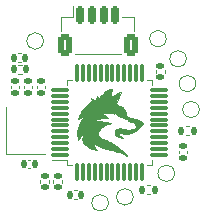
<source format=gbo>
%TF.GenerationSoftware,KiCad,Pcbnew,(6.0.7)*%
%TF.CreationDate,2022-11-15T15:07:51+01:00*%
%TF.ProjectId,tofncan,746f666e-6361-46e2-9e6b-696361645f70,rev?*%
%TF.SameCoordinates,Original*%
%TF.FileFunction,Legend,Bot*%
%TF.FilePolarity,Positive*%
%FSLAX46Y46*%
G04 Gerber Fmt 4.6, Leading zero omitted, Abs format (unit mm)*
G04 Created by KiCad (PCBNEW (6.0.7)) date 2022-11-15 15:07:51*
%MOMM*%
%LPD*%
G01*
G04 APERTURE LIST*
G04 Aperture macros list*
%AMRoundRect*
0 Rectangle with rounded corners*
0 $1 Rounding radius*
0 $2 $3 $4 $5 $6 $7 $8 $9 X,Y pos of 4 corners*
0 Add a 4 corners polygon primitive as box body*
4,1,4,$2,$3,$4,$5,$6,$7,$8,$9,$2,$3,0*
0 Add four circle primitives for the rounded corners*
1,1,$1+$1,$2,$3*
1,1,$1+$1,$4,$5*
1,1,$1+$1,$6,$7*
1,1,$1+$1,$8,$9*
0 Add four rect primitives between the rounded corners*
20,1,$1+$1,$2,$3,$4,$5,0*
20,1,$1+$1,$4,$5,$6,$7,0*
20,1,$1+$1,$6,$7,$8,$9,0*
20,1,$1+$1,$8,$9,$2,$3,0*%
G04 Aperture macros list end*
%ADD10C,0.020000*%
%ADD11C,0.120000*%
%ADD12C,1.000000*%
%ADD13RoundRect,0.135000X-0.135000X-0.185000X0.135000X-0.185000X0.135000X0.185000X-0.135000X0.185000X0*%
%ADD14RoundRect,0.140000X-0.170000X0.140000X-0.170000X-0.140000X0.170000X-0.140000X0.170000X0.140000X0*%
%ADD15RoundRect,0.075000X-0.662500X-0.075000X0.662500X-0.075000X0.662500X0.075000X-0.662500X0.075000X0*%
%ADD16RoundRect,0.075000X-0.075000X-0.662500X0.075000X-0.662500X0.075000X0.662500X-0.075000X0.662500X0*%
%ADD17RoundRect,0.140000X-0.140000X-0.170000X0.140000X-0.170000X0.140000X0.170000X-0.140000X0.170000X0*%
%ADD18RoundRect,0.140000X0.140000X0.170000X-0.140000X0.170000X-0.140000X-0.170000X0.140000X-0.170000X0*%
%ADD19RoundRect,0.140000X0.170000X-0.140000X0.170000X0.140000X-0.170000X0.140000X-0.170000X-0.140000X0*%
%ADD20RoundRect,0.135000X0.135000X0.185000X-0.135000X0.185000X-0.135000X-0.185000X0.135000X-0.185000X0*%
%ADD21RoundRect,0.150000X-0.150000X-0.625000X0.150000X-0.625000X0.150000X0.625000X-0.150000X0.625000X0*%
%ADD22RoundRect,0.250000X-0.350000X-0.650000X0.350000X-0.650000X0.350000X0.650000X-0.350000X0.650000X0*%
%ADD23R,1.200000X1.400000*%
G04 APERTURE END LIST*
D10*
G36*
X101000000Y-99400000D02*
G01*
X101028839Y-99408202D01*
X101129646Y-99131183D01*
X101912547Y-98738807D01*
X101933714Y-98753624D01*
X101510381Y-99719353D01*
X101531690Y-99728012D01*
X101552561Y-99736241D01*
X101593030Y-99752062D01*
X101612646Y-99759983D01*
X101631862Y-99768131D01*
X101650687Y-99776670D01*
X101669130Y-99785764D01*
X101893596Y-99897153D01*
X101948883Y-99926241D01*
X102002989Y-99956916D01*
X102029467Y-99973019D01*
X102055489Y-99989724D01*
X102081004Y-100007099D01*
X102105958Y-100025211D01*
X102121480Y-100037643D01*
X102136411Y-100051072D01*
X102150773Y-100065416D01*
X102164588Y-100080592D01*
X102177879Y-100096518D01*
X102190669Y-100113113D01*
X102202980Y-100130293D01*
X102214834Y-100147978D01*
X102226254Y-100166084D01*
X102237263Y-100184530D01*
X102247882Y-100203233D01*
X102258135Y-100222111D01*
X102277630Y-100260064D01*
X102295929Y-100297732D01*
X102324988Y-100361451D01*
X102352740Y-100425546D01*
X102379337Y-100489622D01*
X102404937Y-100553286D01*
X102500452Y-100795942D01*
X103203846Y-101006219D01*
X103289369Y-101034535D01*
X103374145Y-101064633D01*
X103458112Y-101096913D01*
X103541207Y-101131772D01*
X103623365Y-101169612D01*
X103704523Y-101210830D01*
X103784617Y-101255826D01*
X103863585Y-101305000D01*
X103858824Y-101316439D01*
X103854421Y-101327817D01*
X103846436Y-101350268D01*
X103831967Y-101393106D01*
X103828291Y-101403209D01*
X103824465Y-101413009D01*
X103820426Y-101422475D01*
X103816108Y-101431578D01*
X103811450Y-101440287D01*
X103806387Y-101448572D01*
X103800856Y-101456403D01*
X103794793Y-101463750D01*
X103735876Y-101528518D01*
X103675768Y-101591694D01*
X103614413Y-101653185D01*
X103551756Y-101712900D01*
X103487742Y-101770747D01*
X103422313Y-101826634D01*
X103355415Y-101880470D01*
X103286991Y-101932161D01*
X103216986Y-101981617D01*
X103145344Y-102028746D01*
X103072009Y-102073456D01*
X102996925Y-102115654D01*
X102920037Y-102155250D01*
X102841288Y-102192150D01*
X102760624Y-102226264D01*
X102677987Y-102257500D01*
X102639114Y-102269948D01*
X102600188Y-102279810D01*
X102561221Y-102287232D01*
X102522222Y-102292363D01*
X102483201Y-102295349D01*
X102444169Y-102296339D01*
X102405135Y-102295480D01*
X102366109Y-102292921D01*
X102327102Y-102288808D01*
X102288124Y-102283289D01*
X102249185Y-102276512D01*
X102210294Y-102268625D01*
X102132700Y-102250110D01*
X102055422Y-102228925D01*
X101993092Y-102211556D01*
X101967421Y-102204721D01*
X101944822Y-102199114D01*
X101924851Y-102194730D01*
X101907064Y-102191565D01*
X101891017Y-102189614D01*
X101876266Y-102188874D01*
X101862369Y-102189340D01*
X101848879Y-102191008D01*
X101835356Y-102193873D01*
X101821353Y-102197932D01*
X101806428Y-102203180D01*
X101790137Y-102209612D01*
X101751680Y-102226015D01*
X101756177Y-102246065D01*
X101761651Y-102265121D01*
X101768058Y-102283232D01*
X101775352Y-102300449D01*
X101783490Y-102316820D01*
X101792427Y-102332396D01*
X101802117Y-102347225D01*
X101812518Y-102361358D01*
X101823583Y-102374843D01*
X101835269Y-102387731D01*
X101847531Y-102400070D01*
X101860325Y-102411911D01*
X101873605Y-102423302D01*
X101887327Y-102434294D01*
X101915920Y-102455277D01*
X101945747Y-102475255D01*
X101976452Y-102494624D01*
X102039067Y-102533122D01*
X102070265Y-102553042D01*
X102100914Y-102573939D01*
X102130657Y-102596207D01*
X102145078Y-102607980D01*
X102159139Y-102620244D01*
X102151332Y-102620943D01*
X102143688Y-102621819D01*
X102128902Y-102623911D01*
X102101393Y-102628149D01*
X102094960Y-102628945D01*
X102088709Y-102629543D01*
X102082642Y-102629896D01*
X102076762Y-102629955D01*
X102071071Y-102629675D01*
X102065572Y-102629009D01*
X102060267Y-102627910D01*
X102055158Y-102626330D01*
X101833007Y-102545632D01*
X101778097Y-102524108D01*
X101723903Y-102501240D01*
X101670659Y-102476622D01*
X101644465Y-102463531D01*
X101618595Y-102449852D01*
X101593461Y-102435382D01*
X101569540Y-102419937D01*
X101546959Y-102403500D01*
X101525846Y-102386051D01*
X101515880Y-102376940D01*
X101506329Y-102367570D01*
X101497208Y-102357938D01*
X101488533Y-102348040D01*
X101480322Y-102337875D01*
X101472589Y-102327441D01*
X101465350Y-102316734D01*
X101458622Y-102305754D01*
X101452420Y-102294496D01*
X101446760Y-102282960D01*
X101441658Y-102271142D01*
X101437131Y-102259040D01*
X101433194Y-102246652D01*
X101429862Y-102233975D01*
X101427153Y-102221007D01*
X101425081Y-102207746D01*
X101423664Y-102194189D01*
X101422916Y-102180334D01*
X101422854Y-102166179D01*
X101423493Y-102151721D01*
X101424850Y-102136958D01*
X101426941Y-102121887D01*
X101429781Y-102106506D01*
X101433387Y-102090812D01*
X101437621Y-102075182D01*
X101442333Y-102059989D01*
X101447512Y-102045235D01*
X101453152Y-102030919D01*
X101459242Y-102017040D01*
X101465775Y-102003600D01*
X101472742Y-101990596D01*
X101480135Y-101978030D01*
X101487945Y-101965900D01*
X101496163Y-101954207D01*
X101504781Y-101942950D01*
X101513791Y-101932129D01*
X101523184Y-101921744D01*
X101532951Y-101911795D01*
X101543083Y-101902281D01*
X101553574Y-101893202D01*
X101564413Y-101884557D01*
X101575592Y-101876348D01*
X101587103Y-101868573D01*
X101598937Y-101861232D01*
X101611086Y-101854325D01*
X101623541Y-101847851D01*
X101649336Y-101836204D01*
X101676254Y-101826289D01*
X101704225Y-101818104D01*
X101733182Y-101811646D01*
X101763057Y-101806914D01*
X101811901Y-101802394D01*
X101860828Y-101799852D01*
X101909779Y-101799284D01*
X101958692Y-101800688D01*
X102007510Y-101804061D01*
X102056171Y-101809400D01*
X102104617Y-101816702D01*
X102152788Y-101825964D01*
X102339989Y-101866247D01*
X102433544Y-101884751D01*
X102480366Y-101892683D01*
X102527240Y-101899386D01*
X102574183Y-101904601D01*
X102621210Y-101908068D01*
X102668337Y-101909525D01*
X102715582Y-101908713D01*
X102762960Y-101905371D01*
X102810488Y-101899238D01*
X102858182Y-101890054D01*
X102906057Y-101877559D01*
X102926615Y-101871197D01*
X102947002Y-101864357D01*
X102987202Y-101849488D01*
X103026534Y-101833440D01*
X103064874Y-101816704D01*
X103138080Y-101783127D01*
X103172699Y-101767265D01*
X103205830Y-101752675D01*
X103174345Y-101308969D01*
X102583794Y-101162390D01*
X102586440Y-101143869D01*
X102869280Y-101170327D01*
X102878540Y-101136989D01*
X101714374Y-100760487D01*
X101386821Y-100397744D01*
X101399785Y-100373402D01*
X102071562Y-100593006D01*
X101933715Y-100416793D01*
X101911660Y-100417159D01*
X101890679Y-100418034D01*
X101851562Y-100419968D01*
X101833240Y-100420359D01*
X101824348Y-100420264D01*
X101815619Y-100419919D01*
X101807043Y-100419282D01*
X101798606Y-100418313D01*
X101790299Y-100416968D01*
X101782108Y-100415206D01*
X101645401Y-100381141D01*
X101506412Y-100344893D01*
X101210079Y-100266245D01*
X101373856Y-100540353D01*
X101309331Y-100529992D01*
X101245455Y-100519025D01*
X101119162Y-100496929D01*
X101056504Y-100486623D01*
X100994010Y-100477362D01*
X100931559Y-100469558D01*
X100869031Y-100463624D01*
X100805366Y-100460067D01*
X100741664Y-100458389D01*
X100677969Y-100458590D01*
X100614321Y-100460667D01*
X100550762Y-100464619D01*
X100487333Y-100470443D01*
X100424076Y-100478138D01*
X100361032Y-100487702D01*
X100884906Y-100893307D01*
X100872471Y-100935641D01*
X100567886Y-100937042D01*
X100416015Y-100942380D01*
X100340304Y-100947254D01*
X100264789Y-100953996D01*
X100189503Y-100962906D01*
X100114481Y-100974282D01*
X100039756Y-100988423D01*
X99965363Y-101005627D01*
X99891336Y-101026195D01*
X99817709Y-101050423D01*
X99744516Y-101078612D01*
X99671792Y-101111060D01*
X101147638Y-101307645D01*
X101148960Y-101358709D01*
X101091777Y-101373724D01*
X101063124Y-101380959D01*
X101048771Y-101384356D01*
X101034396Y-101387549D01*
X100971966Y-101401938D01*
X100910426Y-101417980D01*
X100849832Y-101435764D01*
X100790244Y-101455381D01*
X100731719Y-101476920D01*
X100674316Y-101500472D01*
X100618093Y-101526126D01*
X100563107Y-101553972D01*
X100509418Y-101584100D01*
X100457083Y-101616599D01*
X100406160Y-101651561D01*
X100356707Y-101689075D01*
X100308783Y-101729230D01*
X100262446Y-101772117D01*
X100217754Y-101817825D01*
X100174765Y-101866445D01*
X100153021Y-101893132D01*
X100132983Y-101919898D01*
X100114646Y-101946719D01*
X100098006Y-101973571D01*
X100083061Y-102000429D01*
X100069807Y-102027272D01*
X100058240Y-102054073D01*
X100048356Y-102080811D01*
X100040153Y-102107461D01*
X100033626Y-102133998D01*
X100028772Y-102160401D01*
X100025588Y-102186644D01*
X100024070Y-102212704D01*
X100024214Y-102238557D01*
X100026017Y-102264179D01*
X100029476Y-102289547D01*
X100034586Y-102314636D01*
X100041345Y-102339423D01*
X100049748Y-102363885D01*
X100059793Y-102387997D01*
X100071475Y-102411735D01*
X100084791Y-102435077D01*
X100099738Y-102457997D01*
X100116313Y-102480472D01*
X100134510Y-102502479D01*
X100154328Y-102523994D01*
X100175762Y-102544992D01*
X100198809Y-102565451D01*
X100223466Y-102585345D01*
X100249728Y-102604653D01*
X100277593Y-102623349D01*
X100307056Y-102641409D01*
X100338898Y-102658688D01*
X100371117Y-102675218D01*
X100403702Y-102690994D01*
X100436639Y-102706010D01*
X100469915Y-102720260D01*
X100503515Y-102733738D01*
X100537428Y-102746438D01*
X100571639Y-102758355D01*
X100705438Y-102808704D01*
X100836491Y-102863066D01*
X100964848Y-102921376D01*
X101090553Y-102983565D01*
X101213654Y-103049569D01*
X101334198Y-103119319D01*
X101452229Y-103192750D01*
X101567796Y-103269795D01*
X101680944Y-103350387D01*
X101791720Y-103434459D01*
X101900171Y-103521945D01*
X102006343Y-103612778D01*
X102110282Y-103706891D01*
X102212036Y-103804218D01*
X102311650Y-103904692D01*
X102409171Y-104008247D01*
X102413482Y-104013238D01*
X102417700Y-104018299D01*
X102425956Y-104028686D01*
X102434137Y-104039520D01*
X102442442Y-104050911D01*
X102460219Y-104075815D01*
X102470087Y-104089551D01*
X102480873Y-104104291D01*
X102475498Y-104104352D01*
X102470384Y-104104519D01*
X102460909Y-104105072D01*
X102444790Y-104106374D01*
X102438041Y-104106733D01*
X102434971Y-104106753D01*
X102432094Y-104106635D01*
X102429406Y-104106354D01*
X102426898Y-104105886D01*
X102424565Y-104105206D01*
X102422400Y-104104291D01*
X102329134Y-104052615D01*
X102234815Y-104004041D01*
X102139496Y-103958409D01*
X102043236Y-103915560D01*
X101946088Y-103875335D01*
X101848110Y-103837572D01*
X101749356Y-103802114D01*
X101649883Y-103768799D01*
X101449002Y-103707964D01*
X101245914Y-103653788D01*
X101041064Y-103604995D01*
X100834900Y-103560308D01*
X100677480Y-103524368D01*
X100599867Y-103504016D01*
X100523076Y-103481892D01*
X100447173Y-103457858D01*
X100372226Y-103431776D01*
X100298301Y-103403508D01*
X100225465Y-103372917D01*
X100153786Y-103339863D01*
X100083331Y-103304210D01*
X100014166Y-103265818D01*
X99946359Y-103224551D01*
X99879977Y-103180271D01*
X99815086Y-103132838D01*
X99751754Y-103082116D01*
X99690048Y-103027966D01*
X99684786Y-103024994D01*
X99679430Y-103022205D01*
X99673985Y-103019602D01*
X99668456Y-103017187D01*
X99662848Y-103014962D01*
X99657166Y-103012928D01*
X99651414Y-103011089D01*
X99645598Y-103009445D01*
X99642345Y-103033908D01*
X99640293Y-103057802D01*
X99639397Y-103081151D01*
X99639609Y-103103977D01*
X99640883Y-103126305D01*
X99643174Y-103148157D01*
X99646434Y-103169557D01*
X99650617Y-103190528D01*
X99655677Y-103211094D01*
X99661567Y-103231278D01*
X99675652Y-103270593D01*
X99692501Y-103308660D01*
X99711744Y-103345665D01*
X99733008Y-103381797D01*
X99755922Y-103417240D01*
X99780115Y-103452183D01*
X99805216Y-103486813D01*
X99856656Y-103555876D01*
X99907271Y-103625926D01*
X99775693Y-103598322D01*
X99710733Y-103582661D01*
X99646412Y-103565580D01*
X99582793Y-103546940D01*
X99519941Y-103526606D01*
X99457919Y-103504440D01*
X99396790Y-103480305D01*
X99336620Y-103454066D01*
X99277472Y-103425584D01*
X99219410Y-103394723D01*
X99162498Y-103361346D01*
X99106799Y-103325317D01*
X99052379Y-103286499D01*
X98999300Y-103244754D01*
X98947627Y-103199946D01*
X98903416Y-103156924D01*
X98882943Y-103134891D01*
X98863557Y-103112519D01*
X98845260Y-103089811D01*
X98828053Y-103066775D01*
X98811936Y-103043414D01*
X98796909Y-103019736D01*
X98782974Y-102995745D01*
X98770130Y-102971446D01*
X98758378Y-102946846D01*
X98747718Y-102921949D01*
X98738152Y-102896762D01*
X98729679Y-102871289D01*
X98722301Y-102845536D01*
X98716017Y-102819508D01*
X98710829Y-102793212D01*
X98706736Y-102766652D01*
X98703740Y-102739834D01*
X98701841Y-102712764D01*
X98701039Y-102685446D01*
X98701335Y-102657887D01*
X98702729Y-102630092D01*
X98705223Y-102602066D01*
X98708816Y-102573815D01*
X98713509Y-102545344D01*
X98719303Y-102516659D01*
X98726198Y-102487765D01*
X98743293Y-102429374D01*
X98764800Y-102370212D01*
X98773110Y-102349904D01*
X98781845Y-102329734D01*
X98800457Y-102289672D01*
X98820364Y-102249745D01*
X98841297Y-102209676D01*
X98885165Y-102127994D01*
X98907559Y-102085823D01*
X98929900Y-102042393D01*
X98883573Y-102079302D01*
X98839255Y-102117549D01*
X98796809Y-102157058D01*
X98756098Y-102197753D01*
X98716985Y-102239558D01*
X98679334Y-102282397D01*
X98643007Y-102326194D01*
X98607869Y-102370873D01*
X98573781Y-102416359D01*
X98540608Y-102462574D01*
X98476458Y-102556892D01*
X98414323Y-102653219D01*
X98353108Y-102750947D01*
X98321847Y-102632428D01*
X98297857Y-102508515D01*
X98281653Y-102380049D01*
X98273746Y-102247875D01*
X98274649Y-102112836D01*
X98284875Y-101975776D01*
X98304937Y-101837538D01*
X98335348Y-101698964D01*
X98376620Y-101560899D01*
X98429266Y-101424186D01*
X98460015Y-101356600D01*
X98493799Y-101289668D01*
X98530684Y-101223496D01*
X98570732Y-101158189D01*
X98614008Y-101093852D01*
X98660577Y-101030591D01*
X98710502Y-100968512D01*
X98763847Y-100907719D01*
X98820677Y-100848319D01*
X98881055Y-100790416D01*
X98945046Y-100734116D01*
X99012714Y-100679524D01*
X98357341Y-101000729D01*
X98359397Y-100965351D01*
X98364371Y-100928195D01*
X98372187Y-100889364D01*
X98382770Y-100848961D01*
X98411929Y-100763853D01*
X98451235Y-100673700D01*
X98500079Y-100579328D01*
X98557850Y-100481565D01*
X98623936Y-100381239D01*
X98697728Y-100279177D01*
X98778613Y-100176207D01*
X98865982Y-100073155D01*
X98959223Y-99970850D01*
X99057726Y-99870119D01*
X99160880Y-99771789D01*
X99268074Y-99676689D01*
X99378697Y-99585644D01*
X99492139Y-99499483D01*
X99452981Y-99245748D01*
X99820223Y-99473819D01*
X99969977Y-99088321D01*
X100066285Y-99352904D01*
X100114175Y-99261281D01*
X100166831Y-99173026D01*
X100223908Y-99088414D01*
X100285062Y-99007718D01*
X100349950Y-98931212D01*
X100418226Y-98859171D01*
X100489548Y-98791869D01*
X100563570Y-98729579D01*
X100639948Y-98672575D01*
X100718338Y-98621132D01*
X100798397Y-98575524D01*
X100879780Y-98536024D01*
X100962142Y-98502907D01*
X101045140Y-98476446D01*
X101086770Y-98465797D01*
X101128430Y-98456915D01*
X101170076Y-98449835D01*
X101211667Y-98444590D01*
X101000000Y-99400000D01*
G37*
X101000000Y-99400000D02*
X101028839Y-99408202D01*
X101129646Y-99131183D01*
X101912547Y-98738807D01*
X101933714Y-98753624D01*
X101510381Y-99719353D01*
X101531690Y-99728012D01*
X101552561Y-99736241D01*
X101593030Y-99752062D01*
X101612646Y-99759983D01*
X101631862Y-99768131D01*
X101650687Y-99776670D01*
X101669130Y-99785764D01*
X101893596Y-99897153D01*
X101948883Y-99926241D01*
X102002989Y-99956916D01*
X102029467Y-99973019D01*
X102055489Y-99989724D01*
X102081004Y-100007099D01*
X102105958Y-100025211D01*
X102121480Y-100037643D01*
X102136411Y-100051072D01*
X102150773Y-100065416D01*
X102164588Y-100080592D01*
X102177879Y-100096518D01*
X102190669Y-100113113D01*
X102202980Y-100130293D01*
X102214834Y-100147978D01*
X102226254Y-100166084D01*
X102237263Y-100184530D01*
X102247882Y-100203233D01*
X102258135Y-100222111D01*
X102277630Y-100260064D01*
X102295929Y-100297732D01*
X102324988Y-100361451D01*
X102352740Y-100425546D01*
X102379337Y-100489622D01*
X102404937Y-100553286D01*
X102500452Y-100795942D01*
X103203846Y-101006219D01*
X103289369Y-101034535D01*
X103374145Y-101064633D01*
X103458112Y-101096913D01*
X103541207Y-101131772D01*
X103623365Y-101169612D01*
X103704523Y-101210830D01*
X103784617Y-101255826D01*
X103863585Y-101305000D01*
X103858824Y-101316439D01*
X103854421Y-101327817D01*
X103846436Y-101350268D01*
X103831967Y-101393106D01*
X103828291Y-101403209D01*
X103824465Y-101413009D01*
X103820426Y-101422475D01*
X103816108Y-101431578D01*
X103811450Y-101440287D01*
X103806387Y-101448572D01*
X103800856Y-101456403D01*
X103794793Y-101463750D01*
X103735876Y-101528518D01*
X103675768Y-101591694D01*
X103614413Y-101653185D01*
X103551756Y-101712900D01*
X103487742Y-101770747D01*
X103422313Y-101826634D01*
X103355415Y-101880470D01*
X103286991Y-101932161D01*
X103216986Y-101981617D01*
X103145344Y-102028746D01*
X103072009Y-102073456D01*
X102996925Y-102115654D01*
X102920037Y-102155250D01*
X102841288Y-102192150D01*
X102760624Y-102226264D01*
X102677987Y-102257500D01*
X102639114Y-102269948D01*
X102600188Y-102279810D01*
X102561221Y-102287232D01*
X102522222Y-102292363D01*
X102483201Y-102295349D01*
X102444169Y-102296339D01*
X102405135Y-102295480D01*
X102366109Y-102292921D01*
X102327102Y-102288808D01*
X102288124Y-102283289D01*
X102249185Y-102276512D01*
X102210294Y-102268625D01*
X102132700Y-102250110D01*
X102055422Y-102228925D01*
X101993092Y-102211556D01*
X101967421Y-102204721D01*
X101944822Y-102199114D01*
X101924851Y-102194730D01*
X101907064Y-102191565D01*
X101891017Y-102189614D01*
X101876266Y-102188874D01*
X101862369Y-102189340D01*
X101848879Y-102191008D01*
X101835356Y-102193873D01*
X101821353Y-102197932D01*
X101806428Y-102203180D01*
X101790137Y-102209612D01*
X101751680Y-102226015D01*
X101756177Y-102246065D01*
X101761651Y-102265121D01*
X101768058Y-102283232D01*
X101775352Y-102300449D01*
X101783490Y-102316820D01*
X101792427Y-102332396D01*
X101802117Y-102347225D01*
X101812518Y-102361358D01*
X101823583Y-102374843D01*
X101835269Y-102387731D01*
X101847531Y-102400070D01*
X101860325Y-102411911D01*
X101873605Y-102423302D01*
X101887327Y-102434294D01*
X101915920Y-102455277D01*
X101945747Y-102475255D01*
X101976452Y-102494624D01*
X102039067Y-102533122D01*
X102070265Y-102553042D01*
X102100914Y-102573939D01*
X102130657Y-102596207D01*
X102145078Y-102607980D01*
X102159139Y-102620244D01*
X102151332Y-102620943D01*
X102143688Y-102621819D01*
X102128902Y-102623911D01*
X102101393Y-102628149D01*
X102094960Y-102628945D01*
X102088709Y-102629543D01*
X102082642Y-102629896D01*
X102076762Y-102629955D01*
X102071071Y-102629675D01*
X102065572Y-102629009D01*
X102060267Y-102627910D01*
X102055158Y-102626330D01*
X101833007Y-102545632D01*
X101778097Y-102524108D01*
X101723903Y-102501240D01*
X101670659Y-102476622D01*
X101644465Y-102463531D01*
X101618595Y-102449852D01*
X101593461Y-102435382D01*
X101569540Y-102419937D01*
X101546959Y-102403500D01*
X101525846Y-102386051D01*
X101515880Y-102376940D01*
X101506329Y-102367570D01*
X101497208Y-102357938D01*
X101488533Y-102348040D01*
X101480322Y-102337875D01*
X101472589Y-102327441D01*
X101465350Y-102316734D01*
X101458622Y-102305754D01*
X101452420Y-102294496D01*
X101446760Y-102282960D01*
X101441658Y-102271142D01*
X101437131Y-102259040D01*
X101433194Y-102246652D01*
X101429862Y-102233975D01*
X101427153Y-102221007D01*
X101425081Y-102207746D01*
X101423664Y-102194189D01*
X101422916Y-102180334D01*
X101422854Y-102166179D01*
X101423493Y-102151721D01*
X101424850Y-102136958D01*
X101426941Y-102121887D01*
X101429781Y-102106506D01*
X101433387Y-102090812D01*
X101437621Y-102075182D01*
X101442333Y-102059989D01*
X101447512Y-102045235D01*
X101453152Y-102030919D01*
X101459242Y-102017040D01*
X101465775Y-102003600D01*
X101472742Y-101990596D01*
X101480135Y-101978030D01*
X101487945Y-101965900D01*
X101496163Y-101954207D01*
X101504781Y-101942950D01*
X101513791Y-101932129D01*
X101523184Y-101921744D01*
X101532951Y-101911795D01*
X101543083Y-101902281D01*
X101553574Y-101893202D01*
X101564413Y-101884557D01*
X101575592Y-101876348D01*
X101587103Y-101868573D01*
X101598937Y-101861232D01*
X101611086Y-101854325D01*
X101623541Y-101847851D01*
X101649336Y-101836204D01*
X101676254Y-101826289D01*
X101704225Y-101818104D01*
X101733182Y-101811646D01*
X101763057Y-101806914D01*
X101811901Y-101802394D01*
X101860828Y-101799852D01*
X101909779Y-101799284D01*
X101958692Y-101800688D01*
X102007510Y-101804061D01*
X102056171Y-101809400D01*
X102104617Y-101816702D01*
X102152788Y-101825964D01*
X102339989Y-101866247D01*
X102433544Y-101884751D01*
X102480366Y-101892683D01*
X102527240Y-101899386D01*
X102574183Y-101904601D01*
X102621210Y-101908068D01*
X102668337Y-101909525D01*
X102715582Y-101908713D01*
X102762960Y-101905371D01*
X102810488Y-101899238D01*
X102858182Y-101890054D01*
X102906057Y-101877559D01*
X102926615Y-101871197D01*
X102947002Y-101864357D01*
X102987202Y-101849488D01*
X103026534Y-101833440D01*
X103064874Y-101816704D01*
X103138080Y-101783127D01*
X103172699Y-101767265D01*
X103205830Y-101752675D01*
X103174345Y-101308969D01*
X102583794Y-101162390D01*
X102586440Y-101143869D01*
X102869280Y-101170327D01*
X102878540Y-101136989D01*
X101714374Y-100760487D01*
X101386821Y-100397744D01*
X101399785Y-100373402D01*
X102071562Y-100593006D01*
X101933715Y-100416793D01*
X101911660Y-100417159D01*
X101890679Y-100418034D01*
X101851562Y-100419968D01*
X101833240Y-100420359D01*
X101824348Y-100420264D01*
X101815619Y-100419919D01*
X101807043Y-100419282D01*
X101798606Y-100418313D01*
X101790299Y-100416968D01*
X101782108Y-100415206D01*
X101645401Y-100381141D01*
X101506412Y-100344893D01*
X101210079Y-100266245D01*
X101373856Y-100540353D01*
X101309331Y-100529992D01*
X101245455Y-100519025D01*
X101119162Y-100496929D01*
X101056504Y-100486623D01*
X100994010Y-100477362D01*
X100931559Y-100469558D01*
X100869031Y-100463624D01*
X100805366Y-100460067D01*
X100741664Y-100458389D01*
X100677969Y-100458590D01*
X100614321Y-100460667D01*
X100550762Y-100464619D01*
X100487333Y-100470443D01*
X100424076Y-100478138D01*
X100361032Y-100487702D01*
X100884906Y-100893307D01*
X100872471Y-100935641D01*
X100567886Y-100937042D01*
X100416015Y-100942380D01*
X100340304Y-100947254D01*
X100264789Y-100953996D01*
X100189503Y-100962906D01*
X100114481Y-100974282D01*
X100039756Y-100988423D01*
X99965363Y-101005627D01*
X99891336Y-101026195D01*
X99817709Y-101050423D01*
X99744516Y-101078612D01*
X99671792Y-101111060D01*
X101147638Y-101307645D01*
X101148960Y-101358709D01*
X101091777Y-101373724D01*
X101063124Y-101380959D01*
X101048771Y-101384356D01*
X101034396Y-101387549D01*
X100971966Y-101401938D01*
X100910426Y-101417980D01*
X100849832Y-101435764D01*
X100790244Y-101455381D01*
X100731719Y-101476920D01*
X100674316Y-101500472D01*
X100618093Y-101526126D01*
X100563107Y-101553972D01*
X100509418Y-101584100D01*
X100457083Y-101616599D01*
X100406160Y-101651561D01*
X100356707Y-101689075D01*
X100308783Y-101729230D01*
X100262446Y-101772117D01*
X100217754Y-101817825D01*
X100174765Y-101866445D01*
X100153021Y-101893132D01*
X100132983Y-101919898D01*
X100114646Y-101946719D01*
X100098006Y-101973571D01*
X100083061Y-102000429D01*
X100069807Y-102027272D01*
X100058240Y-102054073D01*
X100048356Y-102080811D01*
X100040153Y-102107461D01*
X100033626Y-102133998D01*
X100028772Y-102160401D01*
X100025588Y-102186644D01*
X100024070Y-102212704D01*
X100024214Y-102238557D01*
X100026017Y-102264179D01*
X100029476Y-102289547D01*
X100034586Y-102314636D01*
X100041345Y-102339423D01*
X100049748Y-102363885D01*
X100059793Y-102387997D01*
X100071475Y-102411735D01*
X100084791Y-102435077D01*
X100099738Y-102457997D01*
X100116313Y-102480472D01*
X100134510Y-102502479D01*
X100154328Y-102523994D01*
X100175762Y-102544992D01*
X100198809Y-102565451D01*
X100223466Y-102585345D01*
X100249728Y-102604653D01*
X100277593Y-102623349D01*
X100307056Y-102641409D01*
X100338898Y-102658688D01*
X100371117Y-102675218D01*
X100403702Y-102690994D01*
X100436639Y-102706010D01*
X100469915Y-102720260D01*
X100503515Y-102733738D01*
X100537428Y-102746438D01*
X100571639Y-102758355D01*
X100705438Y-102808704D01*
X100836491Y-102863066D01*
X100964848Y-102921376D01*
X101090553Y-102983565D01*
X101213654Y-103049569D01*
X101334198Y-103119319D01*
X101452229Y-103192750D01*
X101567796Y-103269795D01*
X101680944Y-103350387D01*
X101791720Y-103434459D01*
X101900171Y-103521945D01*
X102006343Y-103612778D01*
X102110282Y-103706891D01*
X102212036Y-103804218D01*
X102311650Y-103904692D01*
X102409171Y-104008247D01*
X102413482Y-104013238D01*
X102417700Y-104018299D01*
X102425956Y-104028686D01*
X102434137Y-104039520D01*
X102442442Y-104050911D01*
X102460219Y-104075815D01*
X102470087Y-104089551D01*
X102480873Y-104104291D01*
X102475498Y-104104352D01*
X102470384Y-104104519D01*
X102460909Y-104105072D01*
X102444790Y-104106374D01*
X102438041Y-104106733D01*
X102434971Y-104106753D01*
X102432094Y-104106635D01*
X102429406Y-104106354D01*
X102426898Y-104105886D01*
X102424565Y-104105206D01*
X102422400Y-104104291D01*
X102329134Y-104052615D01*
X102234815Y-104004041D01*
X102139496Y-103958409D01*
X102043236Y-103915560D01*
X101946088Y-103875335D01*
X101848110Y-103837572D01*
X101749356Y-103802114D01*
X101649883Y-103768799D01*
X101449002Y-103707964D01*
X101245914Y-103653788D01*
X101041064Y-103604995D01*
X100834900Y-103560308D01*
X100677480Y-103524368D01*
X100599867Y-103504016D01*
X100523076Y-103481892D01*
X100447173Y-103457858D01*
X100372226Y-103431776D01*
X100298301Y-103403508D01*
X100225465Y-103372917D01*
X100153786Y-103339863D01*
X100083331Y-103304210D01*
X100014166Y-103265818D01*
X99946359Y-103224551D01*
X99879977Y-103180271D01*
X99815086Y-103132838D01*
X99751754Y-103082116D01*
X99690048Y-103027966D01*
X99684786Y-103024994D01*
X99679430Y-103022205D01*
X99673985Y-103019602D01*
X99668456Y-103017187D01*
X99662848Y-103014962D01*
X99657166Y-103012928D01*
X99651414Y-103011089D01*
X99645598Y-103009445D01*
X99642345Y-103033908D01*
X99640293Y-103057802D01*
X99639397Y-103081151D01*
X99639609Y-103103977D01*
X99640883Y-103126305D01*
X99643174Y-103148157D01*
X99646434Y-103169557D01*
X99650617Y-103190528D01*
X99655677Y-103211094D01*
X99661567Y-103231278D01*
X99675652Y-103270593D01*
X99692501Y-103308660D01*
X99711744Y-103345665D01*
X99733008Y-103381797D01*
X99755922Y-103417240D01*
X99780115Y-103452183D01*
X99805216Y-103486813D01*
X99856656Y-103555876D01*
X99907271Y-103625926D01*
X99775693Y-103598322D01*
X99710733Y-103582661D01*
X99646412Y-103565580D01*
X99582793Y-103546940D01*
X99519941Y-103526606D01*
X99457919Y-103504440D01*
X99396790Y-103480305D01*
X99336620Y-103454066D01*
X99277472Y-103425584D01*
X99219410Y-103394723D01*
X99162498Y-103361346D01*
X99106799Y-103325317D01*
X99052379Y-103286499D01*
X98999300Y-103244754D01*
X98947627Y-103199946D01*
X98903416Y-103156924D01*
X98882943Y-103134891D01*
X98863557Y-103112519D01*
X98845260Y-103089811D01*
X98828053Y-103066775D01*
X98811936Y-103043414D01*
X98796909Y-103019736D01*
X98782974Y-102995745D01*
X98770130Y-102971446D01*
X98758378Y-102946846D01*
X98747718Y-102921949D01*
X98738152Y-102896762D01*
X98729679Y-102871289D01*
X98722301Y-102845536D01*
X98716017Y-102819508D01*
X98710829Y-102793212D01*
X98706736Y-102766652D01*
X98703740Y-102739834D01*
X98701841Y-102712764D01*
X98701039Y-102685446D01*
X98701335Y-102657887D01*
X98702729Y-102630092D01*
X98705223Y-102602066D01*
X98708816Y-102573815D01*
X98713509Y-102545344D01*
X98719303Y-102516659D01*
X98726198Y-102487765D01*
X98743293Y-102429374D01*
X98764800Y-102370212D01*
X98773110Y-102349904D01*
X98781845Y-102329734D01*
X98800457Y-102289672D01*
X98820364Y-102249745D01*
X98841297Y-102209676D01*
X98885165Y-102127994D01*
X98907559Y-102085823D01*
X98929900Y-102042393D01*
X98883573Y-102079302D01*
X98839255Y-102117549D01*
X98796809Y-102157058D01*
X98756098Y-102197753D01*
X98716985Y-102239558D01*
X98679334Y-102282397D01*
X98643007Y-102326194D01*
X98607869Y-102370873D01*
X98573781Y-102416359D01*
X98540608Y-102462574D01*
X98476458Y-102556892D01*
X98414323Y-102653219D01*
X98353108Y-102750947D01*
X98321847Y-102632428D01*
X98297857Y-102508515D01*
X98281653Y-102380049D01*
X98273746Y-102247875D01*
X98274649Y-102112836D01*
X98284875Y-101975776D01*
X98304937Y-101837538D01*
X98335348Y-101698964D01*
X98376620Y-101560899D01*
X98429266Y-101424186D01*
X98460015Y-101356600D01*
X98493799Y-101289668D01*
X98530684Y-101223496D01*
X98570732Y-101158189D01*
X98614008Y-101093852D01*
X98660577Y-101030591D01*
X98710502Y-100968512D01*
X98763847Y-100907719D01*
X98820677Y-100848319D01*
X98881055Y-100790416D01*
X98945046Y-100734116D01*
X99012714Y-100679524D01*
X98357341Y-101000729D01*
X98359397Y-100965351D01*
X98364371Y-100928195D01*
X98372187Y-100889364D01*
X98382770Y-100848961D01*
X98411929Y-100763853D01*
X98451235Y-100673700D01*
X98500079Y-100579328D01*
X98557850Y-100481565D01*
X98623936Y-100381239D01*
X98697728Y-100279177D01*
X98778613Y-100176207D01*
X98865982Y-100073155D01*
X98959223Y-99970850D01*
X99057726Y-99870119D01*
X99160880Y-99771789D01*
X99268074Y-99676689D01*
X99378697Y-99585644D01*
X99492139Y-99499483D01*
X99452981Y-99245748D01*
X99820223Y-99473819D01*
X99969977Y-99088321D01*
X100066285Y-99352904D01*
X100114175Y-99261281D01*
X100166831Y-99173026D01*
X100223908Y-99088414D01*
X100285062Y-99007718D01*
X100349950Y-98931212D01*
X100418226Y-98859171D01*
X100489548Y-98791869D01*
X100563570Y-98729579D01*
X100639948Y-98672575D01*
X100718338Y-98621132D01*
X100798397Y-98575524D01*
X100879780Y-98536024D01*
X100962142Y-98502907D01*
X101045140Y-98476446D01*
X101086770Y-98465797D01*
X101128430Y-98456915D01*
X101170076Y-98449835D01*
X101211667Y-98444590D01*
X101000000Y-99400000D01*
D11*
X95400000Y-94400000D02*
G75*
G03*
X95400000Y-94400000I-700000J0D01*
G01*
X108600000Y-100200000D02*
G75*
G03*
X108600000Y-100200000I-700000J0D01*
G01*
X100900000Y-108100000D02*
G75*
G03*
X100900000Y-108100000I-700000J0D01*
G01*
X107446359Y-102380000D02*
X107753641Y-102380000D01*
X107446359Y-101620000D02*
X107753641Y-101620000D01*
X105660000Y-96892164D02*
X105660000Y-97107836D01*
X104940000Y-96892164D02*
X104940000Y-97107836D01*
X108300000Y-98000000D02*
G75*
G03*
X108300000Y-98000000I-700000J0D01*
G01*
X97390000Y-104910000D02*
X97390000Y-104460000D01*
X104160000Y-97690000D02*
X104610000Y-97690000D01*
X97840000Y-104910000D02*
X97390000Y-104910000D01*
X104610000Y-97690000D02*
X104610000Y-98140000D01*
X97390000Y-97690000D02*
X97390000Y-98140000D01*
X97840000Y-97690000D02*
X97390000Y-97690000D01*
X97390000Y-104460000D02*
X96100000Y-104460000D01*
X104160000Y-104910000D02*
X104610000Y-104910000D01*
X104610000Y-104910000D02*
X104610000Y-104460000D01*
X97992164Y-107040000D02*
X98207836Y-107040000D01*
X97992164Y-107760000D02*
X98207836Y-107760000D01*
X93507836Y-96160000D02*
X93292164Y-96160000D01*
X93507836Y-95440000D02*
X93292164Y-95440000D01*
X94307836Y-104440000D02*
X94092164Y-104440000D01*
X94307836Y-105160000D02*
X94092164Y-105160000D01*
X94840000Y-98407836D02*
X94840000Y-98192164D01*
X95560000Y-98407836D02*
X95560000Y-98192164D01*
X96240000Y-106192164D02*
X96240000Y-106407836D01*
X96960000Y-106192164D02*
X96960000Y-106407836D01*
X105800000Y-94200000D02*
G75*
G03*
X105800000Y-94200000I-700000J0D01*
G01*
X107560000Y-103907836D02*
X107560000Y-103692164D01*
X106840000Y-103907836D02*
X106840000Y-103692164D01*
X94460000Y-98407836D02*
X94460000Y-98192164D01*
X93740000Y-98407836D02*
X93740000Y-98192164D01*
X93246359Y-97180000D02*
X93553641Y-97180000D01*
X93246359Y-96420000D02*
X93553641Y-96420000D01*
X93360000Y-98407836D02*
X93360000Y-98192164D01*
X92640000Y-98407836D02*
X92640000Y-98192164D01*
X106500000Y-105600000D02*
G75*
G03*
X106500000Y-105600000I-700000J0D01*
G01*
X104453641Y-106620000D02*
X104146359Y-106620000D01*
X104453641Y-107380000D02*
X104146359Y-107380000D01*
X103110000Y-92390000D02*
X102060000Y-92390000D01*
X96890000Y-93540000D02*
X96890000Y-92390000D01*
X103110000Y-93540000D02*
X103110000Y-92390000D01*
X98060000Y-95510000D02*
X101940000Y-95510000D01*
X96890000Y-92390000D02*
X97940000Y-92390000D01*
X97940000Y-92390000D02*
X97940000Y-91400000D01*
X103000000Y-107600000D02*
G75*
G03*
X103000000Y-107600000I-700000J0D01*
G01*
X95860000Y-106192164D02*
X95860000Y-106407836D01*
X95140000Y-106192164D02*
X95140000Y-106407836D01*
X95500000Y-104000000D02*
X92200000Y-104000000D01*
X92200000Y-104000000D02*
X92200000Y-100000000D01*
X107500000Y-95900000D02*
G75*
G03*
X107500000Y-95900000I-700000J0D01*
G01*
%LPC*%
D12*
X94700000Y-94400000D03*
X107900000Y-100200000D03*
X100200000Y-108100000D03*
D13*
X107090000Y-102000000D03*
X108110000Y-102000000D03*
D14*
X105300000Y-96520000D03*
X105300000Y-97480000D03*
D12*
X107600000Y-98000000D03*
D15*
X96837500Y-104050000D03*
X96837500Y-103550000D03*
X96837500Y-103050000D03*
X96837500Y-102550000D03*
X96837500Y-102050000D03*
X96837500Y-101550000D03*
X96837500Y-101050000D03*
X96837500Y-100550000D03*
X96837500Y-100050000D03*
X96837500Y-99550000D03*
X96837500Y-99050000D03*
X96837500Y-98550000D03*
D16*
X98250000Y-97137500D03*
X98750000Y-97137500D03*
X99250000Y-97137500D03*
X99750000Y-97137500D03*
X100250000Y-97137500D03*
X100750000Y-97137500D03*
X101250000Y-97137500D03*
X101750000Y-97137500D03*
X102250000Y-97137500D03*
X102750000Y-97137500D03*
X103250000Y-97137500D03*
X103750000Y-97137500D03*
D15*
X105162500Y-98550000D03*
X105162500Y-99050000D03*
X105162500Y-99550000D03*
X105162500Y-100050000D03*
X105162500Y-100550000D03*
X105162500Y-101050000D03*
X105162500Y-101550000D03*
X105162500Y-102050000D03*
X105162500Y-102550000D03*
X105162500Y-103050000D03*
X105162500Y-103550000D03*
X105162500Y-104050000D03*
D16*
X103750000Y-105462500D03*
X103250000Y-105462500D03*
X102750000Y-105462500D03*
X102250000Y-105462500D03*
X101750000Y-105462500D03*
X101250000Y-105462500D03*
X100750000Y-105462500D03*
X100250000Y-105462500D03*
X99750000Y-105462500D03*
X99250000Y-105462500D03*
X98750000Y-105462500D03*
X98250000Y-105462500D03*
D17*
X97620000Y-107400000D03*
X98580000Y-107400000D03*
D18*
X93880000Y-95800000D03*
X92920000Y-95800000D03*
X94680000Y-104800000D03*
X93720000Y-104800000D03*
D19*
X95200000Y-98780000D03*
X95200000Y-97820000D03*
D14*
X96600000Y-105820000D03*
X96600000Y-106780000D03*
D12*
X105100000Y-94200000D03*
D19*
X107200000Y-104280000D03*
X107200000Y-103320000D03*
X94100000Y-98780000D03*
X94100000Y-97820000D03*
D13*
X92890000Y-96800000D03*
X93910000Y-96800000D03*
D19*
X93000000Y-98780000D03*
X93000000Y-97820000D03*
D12*
X105800000Y-105600000D03*
D20*
X104810000Y-107000000D03*
X103790000Y-107000000D03*
D21*
X98500000Y-92175000D03*
X99500000Y-92175000D03*
X100500000Y-92175000D03*
X101500000Y-92175000D03*
D22*
X97200000Y-94700000D03*
X102800000Y-94700000D03*
D12*
X102300000Y-107600000D03*
D14*
X95500000Y-105820000D03*
X95500000Y-106780000D03*
D23*
X93000000Y-103100000D03*
X93000000Y-100900000D03*
X94700000Y-100900000D03*
X94700000Y-103100000D03*
D12*
X106800000Y-95900000D03*
M02*

</source>
